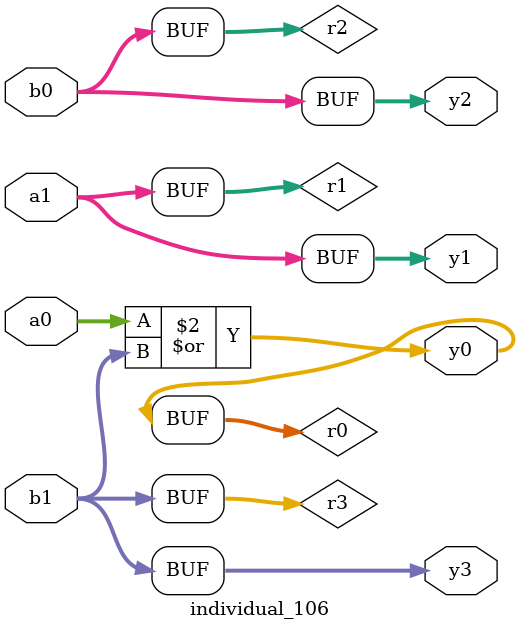
<source format=sv>
module individual_106(input logic [15:0] a1, input logic [15:0] a0, input logic [15:0] b1, input logic [15:0] b0, output logic [15:0] y3, output logic [15:0] y2, output logic [15:0] y1, output logic [15:0] y0);
logic [15:0] r0, r1, r2, r3; 
 always@(*) begin 
	 r0 = a0; r1 = a1; r2 = b0; r3 = b1; 
 	 r0  |=  b1 ;
 	 y3 = r3; y2 = r2; y1 = r1; y0 = r0; 
end
endmodule
</source>
